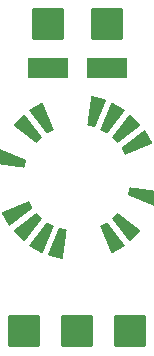
<source format=gbr>
%TF.GenerationSoftware,KiCad,Pcbnew,6.0.8*%
%TF.CreationDate,2022-12-19T15:39:37+01:00*%
%TF.ProjectId,excavator_ram_controller,65786361-7661-4746-9f72-5f72616d5f63,rev?*%
%TF.SameCoordinates,Original*%
%TF.FileFunction,Soldermask,Top*%
%TF.FilePolarity,Negative*%
%FSLAX46Y46*%
G04 Gerber Fmt 4.6, Leading zero omitted, Abs format (unit mm)*
G04 Created by KiCad (PCBNEW 6.0.8) date 2022-12-19 15:39:37*
%MOMM*%
%LPD*%
G01*
G04 APERTURE LIST*
G04 Aperture macros list*
%AMRoundRect*
0 Rectangle with rounded corners*
0 $1 Rounding radius*
0 $2 $3 $4 $5 $6 $7 $8 $9 X,Y pos of 4 corners*
0 Add a 4 corners polygon primitive as box body*
4,1,4,$2,$3,$4,$5,$6,$7,$8,$9,$2,$3,0*
0 Add four circle primitives for the rounded corners*
1,1,$1+$1,$2,$3*
1,1,$1+$1,$4,$5*
1,1,$1+$1,$6,$7*
1,1,$1+$1,$8,$9*
0 Add four rect primitives between the rounded corners*
20,1,$1+$1,$2,$3,$4,$5,0*
20,1,$1+$1,$4,$5,$6,$7,0*
20,1,$1+$1,$6,$7,$8,$9,0*
20,1,$1+$1,$8,$9,$2,$3,0*%
%AMOutline4P*
0 Free polygon, 4 corners , with rotation*
0 The origin of the aperture is its center*
0 number of corners: always 4*
0 $1 to $8 corner X, Y*
0 $9 Rotation angle, in degrees counterclockwise*
0 create outline with 4 corners*
4,1,4,$1,$2,$3,$4,$5,$6,$7,$8,$1,$2,$9*%
G04 Aperture macros list end*
%ADD10R,3.500000X1.800000*%
%ADD11RoundRect,0.250000X-1.125000X-1.125000X1.125000X-1.125000X1.125000X1.125000X-1.125000X1.125000X0*%
%ADD12Outline4P,-0.660000X-1.250000X0.660000X-1.250000X0.340000X1.250000X-0.340000X1.250000X150.000000*%
%ADD13Outline4P,-0.660000X-1.250000X0.660000X-1.250000X0.340000X1.250000X-0.340000X1.250000X135.000000*%
%ADD14Outline4P,-0.660000X-1.250000X0.660000X-1.250000X0.340000X1.250000X-0.340000X1.250000X120.000000*%
%ADD15Outline4P,-0.660000X-1.250000X0.660000X-1.250000X0.340000X1.250000X-0.340000X1.250000X75.000000*%
%ADD16Outline4P,-0.660000X-1.250000X0.660000X-1.250000X0.340000X1.250000X-0.340000X1.250000X45.000000*%
%ADD17Outline4P,-0.660000X-1.250000X0.660000X-1.250000X0.340000X1.250000X-0.340000X1.250000X30.000000*%
%ADD18Outline4P,-0.660000X-1.250000X0.660000X-1.250000X0.340000X1.250000X-0.340000X1.250000X330.000000*%
%ADD19Outline4P,-0.660000X-1.250000X0.660000X-1.250000X0.340000X1.250000X-0.340000X1.250000X315.000000*%
%ADD20Outline4P,-0.660000X-1.250000X0.660000X-1.250000X0.340000X1.250000X-0.340000X1.250000X300.000000*%
%ADD21Outline4P,-0.660000X-1.250000X0.660000X-1.250000X0.340000X1.250000X-0.340000X1.250000X255.000000*%
%ADD22Outline4P,-0.660000X-1.250000X0.660000X-1.250000X0.340000X1.250000X-0.340000X1.250000X225.000000*%
%ADD23Outline4P,-0.660000X-1.250000X0.660000X-1.250000X0.340000X1.250000X-0.340000X1.250000X210.000000*%
%ADD24Outline4P,-0.660000X-1.250000X0.660000X-1.250000X0.340000X1.250000X-0.340000X1.250000X165.000000*%
%ADD25Outline4P,-0.660000X-1.250000X0.660000X-1.250000X0.340000X1.250000X-0.340000X1.250000X345.000000*%
G04 APERTURE END LIST*
D10*
%TO.C,D2*%
X32500000Y-20750000D03*
X27500000Y-20750000D03*
%TD*%
D11*
%TO.C,L*%
X27500000Y-17000000D03*
%TD*%
%TO.C,R*%
X32500000Y-17000000D03*
%TD*%
%TO.C,V*%
X30000000Y-43000000D03*
%TD*%
%TO.C,M*%
X34500000Y-43000000D03*
%TD*%
D12*
%TO.C,SW1*%
X32875000Y-25020353D03*
D13*
X34065864Y-25934137D03*
D14*
X34979647Y-27125000D03*
D15*
X35554074Y-31488209D03*
D16*
X34065863Y-34065864D03*
D17*
X32875000Y-34979647D03*
D18*
X27125000Y-34979647D03*
D19*
X25934136Y-34065863D03*
D20*
X25020353Y-32875000D03*
D21*
X24445926Y-28511791D03*
D22*
X25934137Y-25934136D03*
D23*
X27125000Y-25020353D03*
D24*
X31488209Y-24445926D03*
D25*
X28511791Y-35554074D03*
%TD*%
D11*
%TO.C,H*%
X25500000Y-43000000D03*
%TD*%
M02*

</source>
